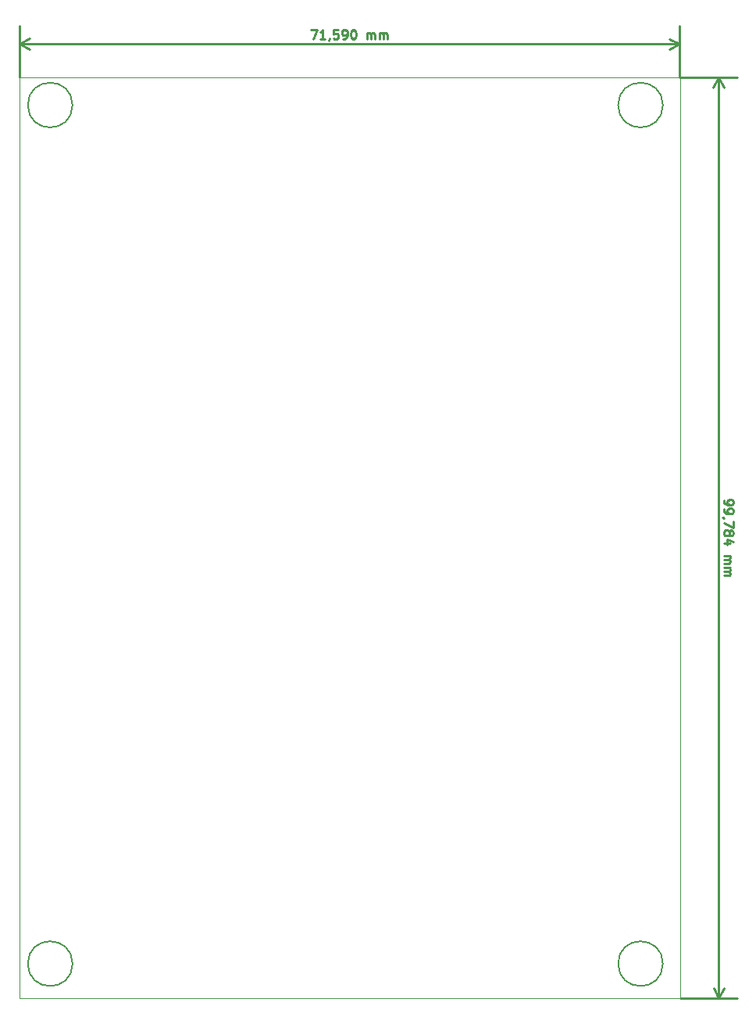
<source format=gbr>
G04 #@! TF.FileFunction,Other,ECO2*
%FSLAX46Y46*%
G04 Gerber Fmt 4.6, Leading zero omitted, Abs format (unit mm)*
G04 Created by KiCad (PCBNEW 0.201502071101+5410~21~ubuntu14.04.1-product) date mié 11 mar 2015 22:43:00 COT*
%MOMM*%
G01*
G04 APERTURE LIST*
%ADD10C,0.150000*%
%ADD11C,0.250000*%
%ADD12C,0.100000*%
G04 APERTURE END LIST*
D10*
D11*
X51249199Y-14842419D02*
X51915866Y-14842656D01*
X51486939Y-15842504D01*
X52820273Y-15842977D02*
X52248844Y-15842774D01*
X52534558Y-15842875D02*
X52534912Y-14842875D01*
X52439624Y-14985699D01*
X52344352Y-15080903D01*
X52249097Y-15128488D01*
X53296480Y-15795527D02*
X53296463Y-15843146D01*
X53248810Y-15938367D01*
X53201174Y-15985969D01*
X54201579Y-14843467D02*
X53725388Y-14843298D01*
X53677600Y-15319471D01*
X53725236Y-15271869D01*
X53820491Y-15224284D01*
X54058587Y-15224368D01*
X54153808Y-15272021D01*
X54201410Y-15319657D01*
X54248996Y-15414913D01*
X54248911Y-15653008D01*
X54201258Y-15748229D01*
X54153622Y-15795831D01*
X54058368Y-15843416D01*
X53820272Y-15843332D01*
X53725050Y-15795679D01*
X53677448Y-15748043D01*
X54725034Y-15843653D02*
X54915510Y-15843720D01*
X55010765Y-15796135D01*
X55058401Y-15748533D01*
X55153690Y-15605710D01*
X55201377Y-15415251D01*
X55201512Y-15034298D01*
X55153927Y-14939043D01*
X55106324Y-14891407D01*
X55011103Y-14843754D01*
X54820626Y-14843686D01*
X54725371Y-14891272D01*
X54677736Y-14938874D01*
X54630083Y-15034095D01*
X54629998Y-15272190D01*
X54677583Y-15367445D01*
X54725186Y-15415082D01*
X54820407Y-15462734D01*
X55010884Y-15462802D01*
X55106139Y-15415217D01*
X55153774Y-15367614D01*
X55201427Y-15272393D01*
X55820626Y-14844041D02*
X55915865Y-14844075D01*
X56011086Y-14891728D01*
X56058688Y-14939364D01*
X56106274Y-15034619D01*
X56153825Y-15225111D01*
X56153741Y-15463207D01*
X56106054Y-15653667D01*
X56058401Y-15748888D01*
X56010765Y-15796490D01*
X55915510Y-15844075D01*
X55820271Y-15844041D01*
X55725050Y-15796388D01*
X55677448Y-15748752D01*
X55629863Y-15653498D01*
X55582312Y-15463005D01*
X55582396Y-15224909D01*
X55630083Y-15034450D01*
X55677735Y-14939229D01*
X55725371Y-14891626D01*
X55820626Y-14844041D01*
X57344081Y-15844582D02*
X57344318Y-15177915D01*
X57344284Y-15273153D02*
X57391920Y-15225551D01*
X57487175Y-15177966D01*
X57630033Y-15178016D01*
X57725254Y-15225669D01*
X57772839Y-15320924D01*
X57772653Y-15844734D01*
X57772839Y-15320924D02*
X57820492Y-15225703D01*
X57915747Y-15178118D01*
X58058604Y-15178168D01*
X58153825Y-15225821D01*
X58201410Y-15321076D01*
X58201224Y-15844886D01*
X58677414Y-15845055D02*
X58677651Y-15178388D01*
X58677617Y-15273626D02*
X58725253Y-15226024D01*
X58820508Y-15178439D01*
X58963366Y-15178489D01*
X59058587Y-15226142D01*
X59106172Y-15321397D01*
X59105986Y-15845207D01*
X59106172Y-15321397D02*
X59153825Y-15226176D01*
X59249080Y-15178591D01*
X59391937Y-15178641D01*
X59487158Y-15226294D01*
X59534743Y-15321549D01*
X59534557Y-15845359D01*
X19644175Y-16378825D02*
X91234075Y-16404225D01*
X19642900Y-19972600D02*
X19644885Y-14378825D01*
X91232800Y-19998000D02*
X91234785Y-14404225D01*
X91234075Y-16404225D02*
X90107363Y-16990246D01*
X91234075Y-16404225D02*
X90107779Y-15817405D01*
X19644175Y-16378825D02*
X20770471Y-16965645D01*
X19644175Y-16378825D02*
X20770887Y-15792804D01*
X96040739Y-65829023D02*
X96040763Y-66019499D01*
X96088394Y-66114732D01*
X96136019Y-66162344D01*
X96278888Y-66257564D01*
X96469370Y-66305159D01*
X96850323Y-66305111D01*
X96945555Y-66257479D01*
X96993168Y-66209854D01*
X97040775Y-66114610D01*
X97040751Y-65924133D01*
X96993120Y-65828901D01*
X96945495Y-65781288D01*
X96850251Y-65733682D01*
X96612156Y-65733712D01*
X96516924Y-65781343D01*
X96469310Y-65828968D01*
X96421703Y-65924212D01*
X96421727Y-66114689D01*
X96469358Y-66209921D01*
X96516984Y-66257534D01*
X96612228Y-66305141D01*
X96040860Y-66781404D02*
X96040884Y-66971880D01*
X96088515Y-67067113D01*
X96136140Y-67114725D01*
X96279010Y-67209945D01*
X96469492Y-67257540D01*
X96850445Y-67257492D01*
X96945677Y-67209860D01*
X96993290Y-67162235D01*
X97040896Y-67066991D01*
X97040872Y-66876514D01*
X96993241Y-66781282D01*
X96945616Y-66733669D01*
X96850372Y-66686063D01*
X96612277Y-66686093D01*
X96517045Y-66733724D01*
X96469431Y-66781349D01*
X96421824Y-66876593D01*
X96421848Y-67067070D01*
X96469480Y-67162302D01*
X96517106Y-67209915D01*
X96612350Y-67257522D01*
X96088600Y-67733779D02*
X96040981Y-67733785D01*
X95945737Y-67686178D01*
X95898112Y-67638565D01*
X97041024Y-68066990D02*
X97041109Y-68733657D01*
X96041054Y-68305213D01*
X96612604Y-69257521D02*
X96660211Y-69162277D01*
X96707824Y-69114652D01*
X96803056Y-69067021D01*
X96850675Y-69067015D01*
X96945919Y-69114621D01*
X96993544Y-69162234D01*
X97041175Y-69257466D01*
X97041199Y-69447943D01*
X96993593Y-69543187D01*
X96945980Y-69590812D01*
X96850748Y-69638444D01*
X96803129Y-69638450D01*
X96707885Y-69590843D01*
X96660260Y-69543230D01*
X96612628Y-69447998D01*
X96612604Y-69257521D01*
X96564973Y-69162289D01*
X96517348Y-69114676D01*
X96422103Y-69067069D01*
X96231627Y-69067093D01*
X96136395Y-69114724D01*
X96088782Y-69162350D01*
X96041175Y-69257594D01*
X96041199Y-69448071D01*
X96088831Y-69543303D01*
X96136456Y-69590915D01*
X96231700Y-69638522D01*
X96422176Y-69638498D01*
X96517409Y-69590867D01*
X96565022Y-69543242D01*
X96612628Y-69447998D01*
X96708000Y-70495605D02*
X96041333Y-70495690D01*
X97088921Y-70257460D02*
X96374605Y-70019456D01*
X96374684Y-70638504D01*
X96041496Y-71781404D02*
X96708163Y-71781319D01*
X96612925Y-71781331D02*
X96660550Y-71828944D01*
X96708182Y-71924176D01*
X96708200Y-72067034D01*
X96660593Y-72162278D01*
X96565361Y-72209909D01*
X96041551Y-72209976D01*
X96565361Y-72209909D02*
X96660605Y-72257516D01*
X96708236Y-72352748D01*
X96708254Y-72495605D01*
X96660647Y-72590849D01*
X96565416Y-72638480D01*
X96041606Y-72638547D01*
X96041666Y-73114737D02*
X96708333Y-73114652D01*
X96613095Y-73114664D02*
X96660720Y-73162277D01*
X96708351Y-73257509D01*
X96708369Y-73400367D01*
X96660763Y-73495611D01*
X96565531Y-73543242D01*
X96041721Y-73543309D01*
X96565531Y-73543242D02*
X96660775Y-73590849D01*
X96708406Y-73686081D01*
X96708424Y-73828938D01*
X96660817Y-73924182D01*
X96565585Y-73971813D01*
X96041775Y-73971880D01*
X95487285Y-19984762D02*
X95499985Y-119768662D01*
X91258200Y-19985300D02*
X97487285Y-19984507D01*
X91270900Y-119769200D02*
X97499985Y-119768407D01*
X95499985Y-119768662D02*
X94913421Y-118642233D01*
X95499985Y-119768662D02*
X96086262Y-118642084D01*
X95487285Y-19984762D02*
X94901008Y-21111340D01*
X95487285Y-19984762D02*
X96073849Y-21111191D01*
D12*
X19642900Y-119781900D02*
X19642900Y-112784200D01*
X19655600Y-119781900D02*
X19642900Y-119781900D01*
X19681000Y-119781900D02*
X19655600Y-119781900D01*
X19706400Y-119781900D02*
X19681000Y-119781900D01*
X19795300Y-119781900D02*
X19706400Y-119781900D01*
X91270900Y-119781900D02*
X19795300Y-119781900D01*
X91270900Y-112822300D02*
X91270900Y-119781900D01*
X19642000Y-19982000D02*
X19896000Y-19982000D01*
X19642000Y-112819000D02*
X19642000Y-19982000D01*
X91270000Y-112438000D02*
X91270000Y-112819000D01*
X91270000Y-112184000D02*
X91270000Y-112438000D01*
X91270000Y-19982000D02*
X91270000Y-112184000D01*
X90000000Y-19982000D02*
X91270000Y-19982000D01*
X19896000Y-19982000D02*
X90000000Y-19982000D01*
D10*
X25425000Y-116000000D02*
G75*
G03X25425000Y-116000000I-2425000J0D01*
G01*
X89425000Y-116000000D02*
G75*
G03X89425000Y-116000000I-2425000J0D01*
G01*
X25425000Y-23000000D02*
G75*
G03X25425000Y-23000000I-2425000J0D01*
G01*
X89425000Y-23000000D02*
G75*
G03X89425000Y-23000000I-2425000J0D01*
G01*
M02*

</source>
